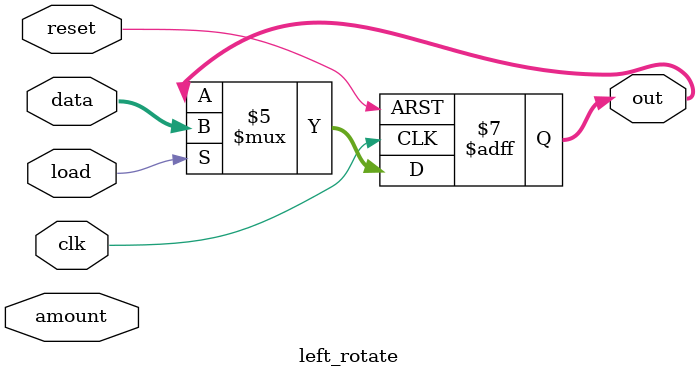
<source format=v>
module left_rotate(clk,reset,amount,data,load,out);
input clk,reset;
input [2:0] amount;
input [7:0] data;
input load;
output reg [7:0] out;
// when load is high, load data to out
// left shift and rotate the register out by amount bits
always @(posedge clk or posedge reset)
	if (reset) out <= 8'b0;
	else if (load) out <= data;
	else out <= {out[7:amount],out[7-amount:0]};
endmodule

</source>
